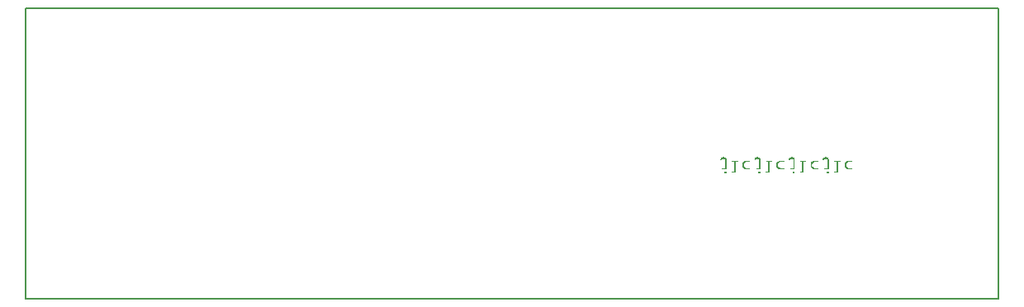
<source format=gbo>
G04 MADE WITH FRITZING*
G04 WWW.FRITZING.ORG*
G04 DOUBLE SIDED*
G04 HOLES PLATED*
G04 CONTOUR ON CENTER OF CONTOUR VECTOR*
%ASAXBY*%
%FSLAX23Y23*%
%MOIN*%
%OFA0B0*%
%SFA1.0B1.0*%
%ADD10R,3.937010X1.181100X3.921010X1.165100*%
%ADD11C,0.008000*%
%ADD12R,0.001000X0.001000*%
%LNSILK0*%
G90*
G70*
G54D11*
X4Y1177D02*
X3933Y1177D01*
X3933Y4D01*
X4Y4D01*
X4Y1177D01*
D02*
G54D12*
X2819Y575D02*
X2825Y575D01*
X2957Y575D02*
X2962Y575D01*
X3095Y575D02*
X3100Y575D01*
X3232Y575D02*
X3238Y575D01*
X2815Y574D02*
X2829Y574D01*
X2953Y574D02*
X2967Y574D01*
X3091Y574D02*
X3104Y574D01*
X3228Y574D02*
X3242Y574D01*
X2814Y573D02*
X2831Y573D01*
X2951Y573D02*
X2968Y573D01*
X3089Y573D02*
X3106Y573D01*
X3226Y573D02*
X3243Y573D01*
X2813Y572D02*
X2832Y572D01*
X2950Y572D02*
X2969Y572D01*
X3088Y572D02*
X3107Y572D01*
X3225Y572D02*
X3244Y572D01*
X2812Y571D02*
X2833Y571D01*
X2949Y571D02*
X2970Y571D01*
X3087Y571D02*
X3108Y571D01*
X3224Y571D02*
X3245Y571D01*
X2811Y570D02*
X2833Y570D01*
X2949Y570D02*
X2971Y570D01*
X3086Y570D02*
X3108Y570D01*
X3224Y570D02*
X3246Y570D01*
X2811Y569D02*
X2834Y569D01*
X2948Y569D02*
X2971Y569D01*
X3086Y569D02*
X3109Y569D01*
X3223Y569D02*
X3246Y569D01*
X2810Y568D02*
X2817Y568D01*
X2828Y568D02*
X2834Y568D01*
X2948Y568D02*
X2954Y568D01*
X2965Y568D02*
X2972Y568D01*
X3085Y568D02*
X3092Y568D01*
X3103Y568D02*
X3109Y568D01*
X3223Y568D02*
X3229Y568D01*
X3240Y568D02*
X3247Y568D01*
X2810Y567D02*
X2816Y567D01*
X2829Y567D02*
X2834Y567D01*
X2948Y567D02*
X2953Y567D01*
X2966Y567D02*
X2972Y567D01*
X3085Y567D02*
X3091Y567D01*
X3104Y567D02*
X3109Y567D01*
X3223Y567D02*
X3229Y567D01*
X3241Y567D02*
X3247Y567D01*
X2810Y566D02*
X2815Y566D01*
X2829Y566D02*
X2834Y566D01*
X2948Y566D02*
X2953Y566D01*
X2966Y566D02*
X2972Y566D01*
X3085Y566D02*
X3090Y566D01*
X3104Y566D02*
X3109Y566D01*
X3223Y566D02*
X3228Y566D01*
X3242Y566D02*
X3247Y566D01*
X2810Y565D02*
X2815Y565D01*
X2829Y565D02*
X2834Y565D01*
X2948Y565D02*
X2952Y565D01*
X2967Y565D02*
X2972Y565D01*
X3086Y565D02*
X3090Y565D01*
X3104Y565D02*
X3109Y565D01*
X3223Y565D02*
X3227Y565D01*
X3242Y565D02*
X3247Y565D01*
X2811Y564D02*
X2814Y564D01*
X2829Y564D02*
X2834Y564D01*
X2949Y564D02*
X2952Y564D01*
X2967Y564D02*
X2972Y564D01*
X3086Y564D02*
X3089Y564D01*
X3104Y564D02*
X3109Y564D01*
X3224Y564D02*
X3227Y564D01*
X3242Y564D02*
X3247Y564D01*
X2829Y563D02*
X2834Y563D01*
X2967Y563D02*
X2972Y563D01*
X3104Y563D02*
X3109Y563D01*
X3242Y563D02*
X3247Y563D01*
X2829Y562D02*
X2834Y562D01*
X2967Y562D02*
X2972Y562D01*
X3104Y562D02*
X3109Y562D01*
X3242Y562D02*
X3247Y562D01*
X2829Y561D02*
X2834Y561D01*
X2857Y561D02*
X2879Y561D01*
X2910Y561D02*
X2928Y561D01*
X2967Y561D02*
X2972Y561D01*
X2995Y561D02*
X3016Y561D01*
X3048Y561D02*
X3065Y561D01*
X3104Y561D02*
X3109Y561D01*
X3132Y561D02*
X3154Y561D01*
X3185Y561D02*
X3203Y561D01*
X3242Y561D02*
X3247Y561D01*
X3270Y561D02*
X3291Y561D01*
X3323Y561D02*
X3340Y561D01*
X2829Y560D02*
X2834Y560D01*
X2856Y560D02*
X2880Y560D01*
X2908Y560D02*
X2929Y560D01*
X2967Y560D02*
X2972Y560D01*
X2994Y560D02*
X3017Y560D01*
X3046Y560D02*
X3066Y560D01*
X3104Y560D02*
X3109Y560D01*
X3132Y560D02*
X3155Y560D01*
X3183Y560D02*
X3204Y560D01*
X3242Y560D02*
X3247Y560D01*
X3269Y560D02*
X3292Y560D01*
X3321Y560D02*
X3341Y560D01*
X2829Y559D02*
X2834Y559D01*
X2856Y559D02*
X2880Y559D01*
X2907Y559D02*
X2929Y559D01*
X2967Y559D02*
X2972Y559D01*
X2994Y559D02*
X3018Y559D01*
X3045Y559D02*
X3067Y559D01*
X3104Y559D02*
X3109Y559D01*
X3131Y559D02*
X3155Y559D01*
X3182Y559D02*
X3204Y559D01*
X3242Y559D02*
X3247Y559D01*
X3269Y559D02*
X3293Y559D01*
X3320Y559D02*
X3342Y559D01*
X2829Y558D02*
X2834Y558D01*
X2856Y558D02*
X2880Y558D01*
X2906Y558D02*
X2929Y558D01*
X2967Y558D02*
X2972Y558D01*
X2993Y558D02*
X3018Y558D01*
X3043Y558D02*
X3067Y558D01*
X3104Y558D02*
X3109Y558D01*
X3131Y558D02*
X3155Y558D01*
X3181Y558D02*
X3204Y558D01*
X3242Y558D02*
X3247Y558D01*
X3269Y558D02*
X3293Y558D01*
X3319Y558D02*
X3342Y558D01*
X2829Y557D02*
X2834Y557D01*
X2856Y557D02*
X2880Y557D01*
X2905Y557D02*
X2929Y557D01*
X2967Y557D02*
X2972Y557D01*
X2994Y557D02*
X3017Y557D01*
X3042Y557D02*
X3066Y557D01*
X3104Y557D02*
X3109Y557D01*
X3131Y557D02*
X3155Y557D01*
X3180Y557D02*
X3204Y557D01*
X3242Y557D02*
X3247Y557D01*
X3269Y557D02*
X3292Y557D01*
X3317Y557D02*
X3341Y557D01*
X2829Y556D02*
X2834Y556D01*
X2857Y556D02*
X2879Y556D01*
X2904Y556D02*
X2928Y556D01*
X2967Y556D02*
X2972Y556D01*
X2995Y556D02*
X3017Y556D01*
X3041Y556D02*
X3066Y556D01*
X3104Y556D02*
X3109Y556D01*
X3132Y556D02*
X3154Y556D01*
X3179Y556D02*
X3203Y556D01*
X3242Y556D02*
X3247Y556D01*
X3270Y556D02*
X3292Y556D01*
X3316Y556D02*
X3341Y556D01*
X2829Y555D02*
X2834Y555D01*
X2865Y555D02*
X2871Y555D01*
X2902Y555D02*
X2912Y555D01*
X2967Y555D02*
X2972Y555D01*
X3003Y555D02*
X3009Y555D01*
X3040Y555D02*
X3049Y555D01*
X3104Y555D02*
X3109Y555D01*
X3140Y555D02*
X3146Y555D01*
X3177Y555D02*
X3187Y555D01*
X3242Y555D02*
X3247Y555D01*
X3278Y555D02*
X3284Y555D01*
X3315Y555D02*
X3324Y555D01*
X2829Y554D02*
X2834Y554D01*
X2865Y554D02*
X2871Y554D01*
X2901Y554D02*
X2910Y554D01*
X2967Y554D02*
X2972Y554D01*
X3003Y554D02*
X3008Y554D01*
X3039Y554D02*
X3048Y554D01*
X3104Y554D02*
X3109Y554D01*
X3140Y554D02*
X3146Y554D01*
X3176Y554D02*
X3185Y554D01*
X3242Y554D02*
X3247Y554D01*
X3278Y554D02*
X3283Y554D01*
X3314Y554D02*
X3323Y554D01*
X2829Y553D02*
X2834Y553D01*
X2865Y553D02*
X2871Y553D01*
X2900Y553D02*
X2909Y553D01*
X2967Y553D02*
X2972Y553D01*
X3003Y553D02*
X3008Y553D01*
X3038Y553D02*
X3046Y553D01*
X3104Y553D02*
X3109Y553D01*
X3140Y553D02*
X3146Y553D01*
X3176Y553D02*
X3184Y553D01*
X3242Y553D02*
X3247Y553D01*
X3278Y553D02*
X3283Y553D01*
X3313Y553D02*
X3322Y553D01*
X2829Y552D02*
X2834Y552D01*
X2865Y552D02*
X2871Y552D01*
X2900Y552D02*
X2908Y552D01*
X2967Y552D02*
X2972Y552D01*
X3003Y552D02*
X3008Y552D01*
X3037Y552D02*
X3045Y552D01*
X3104Y552D02*
X3109Y552D01*
X3140Y552D02*
X3146Y552D01*
X3175Y552D02*
X3183Y552D01*
X3242Y552D02*
X3247Y552D01*
X3278Y552D02*
X3283Y552D01*
X3312Y552D02*
X3320Y552D01*
X2829Y551D02*
X2834Y551D01*
X2865Y551D02*
X2871Y551D01*
X2899Y551D02*
X2907Y551D01*
X2967Y551D02*
X2972Y551D01*
X3003Y551D02*
X3008Y551D01*
X3037Y551D02*
X3044Y551D01*
X3104Y551D02*
X3109Y551D01*
X3140Y551D02*
X3146Y551D01*
X3174Y551D02*
X3182Y551D01*
X3242Y551D02*
X3247Y551D01*
X3278Y551D02*
X3283Y551D01*
X3312Y551D02*
X3319Y551D01*
X2829Y550D02*
X2834Y550D01*
X2865Y550D02*
X2871Y550D01*
X2899Y550D02*
X2905Y550D01*
X2967Y550D02*
X2972Y550D01*
X3003Y550D02*
X3008Y550D01*
X3037Y550D02*
X3043Y550D01*
X3104Y550D02*
X3109Y550D01*
X3140Y550D02*
X3146Y550D01*
X3174Y550D02*
X3180Y550D01*
X3242Y550D02*
X3247Y550D01*
X3278Y550D02*
X3283Y550D01*
X3312Y550D02*
X3318Y550D01*
X2829Y549D02*
X2834Y549D01*
X2865Y549D02*
X2871Y549D01*
X2899Y549D02*
X2905Y549D01*
X2967Y549D02*
X2972Y549D01*
X3003Y549D02*
X3008Y549D01*
X3036Y549D02*
X3042Y549D01*
X3104Y549D02*
X3109Y549D01*
X3140Y549D02*
X3146Y549D01*
X3174Y549D02*
X3180Y549D01*
X3242Y549D02*
X3247Y549D01*
X3278Y549D02*
X3283Y549D01*
X3311Y549D02*
X3317Y549D01*
X2829Y548D02*
X2834Y548D01*
X2865Y548D02*
X2871Y548D01*
X2899Y548D02*
X2904Y548D01*
X2967Y548D02*
X2972Y548D01*
X3003Y548D02*
X3008Y548D01*
X3036Y548D02*
X3042Y548D01*
X3104Y548D02*
X3109Y548D01*
X3140Y548D02*
X3146Y548D01*
X3174Y548D02*
X3179Y548D01*
X3242Y548D02*
X3247Y548D01*
X3278Y548D02*
X3283Y548D01*
X3311Y548D02*
X3317Y548D01*
X2829Y547D02*
X2834Y547D01*
X2865Y547D02*
X2871Y547D01*
X2899Y547D02*
X2904Y547D01*
X2967Y547D02*
X2972Y547D01*
X3003Y547D02*
X3008Y547D01*
X3036Y547D02*
X3042Y547D01*
X3104Y547D02*
X3109Y547D01*
X3140Y547D02*
X3146Y547D01*
X3174Y547D02*
X3179Y547D01*
X3242Y547D02*
X3247Y547D01*
X3278Y547D02*
X3283Y547D01*
X3311Y547D02*
X3317Y547D01*
X2829Y546D02*
X2834Y546D01*
X2865Y546D02*
X2871Y546D01*
X2899Y546D02*
X2904Y546D01*
X2967Y546D02*
X2972Y546D01*
X3003Y546D02*
X3008Y546D01*
X3036Y546D02*
X3042Y546D01*
X3104Y546D02*
X3109Y546D01*
X3140Y546D02*
X3146Y546D01*
X3174Y546D02*
X3179Y546D01*
X3242Y546D02*
X3247Y546D01*
X3278Y546D02*
X3283Y546D01*
X3311Y546D02*
X3317Y546D01*
X2829Y545D02*
X2834Y545D01*
X2865Y545D02*
X2871Y545D01*
X2899Y545D02*
X2904Y545D01*
X2967Y545D02*
X2972Y545D01*
X3003Y545D02*
X3008Y545D01*
X3036Y545D02*
X3042Y545D01*
X3104Y545D02*
X3109Y545D01*
X3140Y545D02*
X3146Y545D01*
X3174Y545D02*
X3179Y545D01*
X3242Y545D02*
X3247Y545D01*
X3278Y545D02*
X3283Y545D01*
X3311Y545D02*
X3317Y545D01*
X2829Y544D02*
X2834Y544D01*
X2865Y544D02*
X2871Y544D01*
X2899Y544D02*
X2904Y544D01*
X2967Y544D02*
X2972Y544D01*
X3003Y544D02*
X3008Y544D01*
X3036Y544D02*
X3042Y544D01*
X3104Y544D02*
X3109Y544D01*
X3140Y544D02*
X3146Y544D01*
X3174Y544D02*
X3179Y544D01*
X3242Y544D02*
X3247Y544D01*
X3278Y544D02*
X3283Y544D01*
X3311Y544D02*
X3317Y544D01*
X2829Y543D02*
X2834Y543D01*
X2865Y543D02*
X2871Y543D01*
X2899Y543D02*
X2904Y543D01*
X2967Y543D02*
X2972Y543D01*
X3003Y543D02*
X3008Y543D01*
X3036Y543D02*
X3042Y543D01*
X3104Y543D02*
X3109Y543D01*
X3140Y543D02*
X3146Y543D01*
X3174Y543D02*
X3179Y543D01*
X3242Y543D02*
X3247Y543D01*
X3278Y543D02*
X3283Y543D01*
X3311Y543D02*
X3317Y543D01*
X2829Y542D02*
X2834Y542D01*
X2865Y542D02*
X2871Y542D01*
X2899Y542D02*
X2904Y542D01*
X2967Y542D02*
X2972Y542D01*
X3003Y542D02*
X3008Y542D01*
X3036Y542D02*
X3042Y542D01*
X3104Y542D02*
X3109Y542D01*
X3140Y542D02*
X3146Y542D01*
X3174Y542D02*
X3179Y542D01*
X3242Y542D02*
X3247Y542D01*
X3278Y542D02*
X3283Y542D01*
X3311Y542D02*
X3317Y542D01*
X2829Y541D02*
X2834Y541D01*
X2865Y541D02*
X2871Y541D01*
X2899Y541D02*
X2904Y541D01*
X2967Y541D02*
X2972Y541D01*
X3003Y541D02*
X3008Y541D01*
X3036Y541D02*
X3042Y541D01*
X3104Y541D02*
X3109Y541D01*
X3140Y541D02*
X3146Y541D01*
X3174Y541D02*
X3179Y541D01*
X3242Y541D02*
X3247Y541D01*
X3278Y541D02*
X3283Y541D01*
X3311Y541D02*
X3317Y541D01*
X2829Y540D02*
X2834Y540D01*
X2865Y540D02*
X2871Y540D01*
X2899Y540D02*
X2904Y540D01*
X2967Y540D02*
X2972Y540D01*
X3003Y540D02*
X3008Y540D01*
X3036Y540D02*
X3042Y540D01*
X3104Y540D02*
X3109Y540D01*
X3140Y540D02*
X3146Y540D01*
X3174Y540D02*
X3179Y540D01*
X3242Y540D02*
X3247Y540D01*
X3278Y540D02*
X3283Y540D01*
X3311Y540D02*
X3317Y540D01*
X2829Y539D02*
X2834Y539D01*
X2865Y539D02*
X2871Y539D01*
X2899Y539D02*
X2904Y539D01*
X2967Y539D02*
X2972Y539D01*
X3003Y539D02*
X3008Y539D01*
X3036Y539D02*
X3042Y539D01*
X3104Y539D02*
X3109Y539D01*
X3140Y539D02*
X3146Y539D01*
X3174Y539D02*
X3179Y539D01*
X3242Y539D02*
X3247Y539D01*
X3278Y539D02*
X3283Y539D01*
X3311Y539D02*
X3317Y539D01*
X2829Y538D02*
X2834Y538D01*
X2865Y538D02*
X2871Y538D01*
X2899Y538D02*
X2905Y538D01*
X2967Y538D02*
X2972Y538D01*
X3003Y538D02*
X3008Y538D01*
X3036Y538D02*
X3042Y538D01*
X3104Y538D02*
X3109Y538D01*
X3140Y538D02*
X3146Y538D01*
X3174Y538D02*
X3180Y538D01*
X3242Y538D02*
X3247Y538D01*
X3278Y538D02*
X3283Y538D01*
X3311Y538D02*
X3317Y538D01*
X2829Y537D02*
X2834Y537D01*
X2865Y537D02*
X2871Y537D01*
X2899Y537D02*
X2906Y537D01*
X2967Y537D02*
X2972Y537D01*
X3003Y537D02*
X3008Y537D01*
X3037Y537D02*
X3043Y537D01*
X3104Y537D02*
X3109Y537D01*
X3140Y537D02*
X3146Y537D01*
X3174Y537D02*
X3181Y537D01*
X3242Y537D02*
X3247Y537D01*
X3278Y537D02*
X3283Y537D01*
X3312Y537D02*
X3318Y537D01*
X2829Y536D02*
X2834Y536D01*
X2865Y536D02*
X2871Y536D01*
X2899Y536D02*
X2907Y536D01*
X2967Y536D02*
X2972Y536D01*
X3003Y536D02*
X3008Y536D01*
X3037Y536D02*
X3044Y536D01*
X3104Y536D02*
X3109Y536D01*
X3140Y536D02*
X3146Y536D01*
X3174Y536D02*
X3182Y536D01*
X3242Y536D02*
X3247Y536D01*
X3278Y536D02*
X3283Y536D01*
X3312Y536D02*
X3319Y536D01*
X2829Y535D02*
X2834Y535D01*
X2865Y535D02*
X2871Y535D01*
X2900Y535D02*
X2908Y535D01*
X2967Y535D02*
X2972Y535D01*
X3003Y535D02*
X3008Y535D01*
X3037Y535D02*
X3045Y535D01*
X3104Y535D02*
X3109Y535D01*
X3140Y535D02*
X3146Y535D01*
X3175Y535D02*
X3183Y535D01*
X3242Y535D02*
X3247Y535D01*
X3278Y535D02*
X3283Y535D01*
X3313Y535D02*
X3321Y535D01*
X2829Y534D02*
X2834Y534D01*
X2865Y534D02*
X2871Y534D01*
X2901Y534D02*
X2909Y534D01*
X2967Y534D02*
X2972Y534D01*
X3003Y534D02*
X3008Y534D01*
X3038Y534D02*
X3047Y534D01*
X3104Y534D02*
X3109Y534D01*
X3140Y534D02*
X3146Y534D01*
X3176Y534D02*
X3184Y534D01*
X3242Y534D02*
X3247Y534D01*
X3278Y534D02*
X3283Y534D01*
X3313Y534D02*
X3322Y534D01*
X2829Y533D02*
X2834Y533D01*
X2865Y533D02*
X2871Y533D01*
X2901Y533D02*
X2910Y533D01*
X2967Y533D02*
X2972Y533D01*
X3003Y533D02*
X3008Y533D01*
X3039Y533D02*
X3048Y533D01*
X3104Y533D02*
X3109Y533D01*
X3140Y533D02*
X3146Y533D01*
X3177Y533D02*
X3185Y533D01*
X3242Y533D02*
X3247Y533D01*
X3278Y533D02*
X3283Y533D01*
X3314Y533D02*
X3323Y533D01*
X2829Y532D02*
X2834Y532D01*
X2865Y532D02*
X2871Y532D01*
X2902Y532D02*
X2912Y532D01*
X2966Y532D02*
X2972Y532D01*
X3003Y532D02*
X3008Y532D01*
X3040Y532D02*
X3050Y532D01*
X3104Y532D02*
X3109Y532D01*
X3140Y532D02*
X3146Y532D01*
X3178Y532D02*
X3188Y532D01*
X3241Y532D02*
X3247Y532D01*
X3278Y532D02*
X3283Y532D01*
X3315Y532D02*
X3325Y532D01*
X2817Y531D02*
X2834Y531D01*
X2865Y531D02*
X2871Y531D01*
X2904Y531D02*
X2928Y531D01*
X2955Y531D02*
X2972Y531D01*
X3003Y531D02*
X3008Y531D01*
X3041Y531D02*
X3066Y531D01*
X3092Y531D02*
X3109Y531D01*
X3140Y531D02*
X3146Y531D01*
X3179Y531D02*
X3203Y531D01*
X3230Y531D02*
X3247Y531D01*
X3278Y531D02*
X3283Y531D01*
X3316Y531D02*
X3341Y531D01*
X2817Y530D02*
X2834Y530D01*
X2865Y530D02*
X2871Y530D01*
X2905Y530D02*
X2929Y530D01*
X2954Y530D02*
X2972Y530D01*
X3003Y530D02*
X3008Y530D01*
X3042Y530D02*
X3066Y530D01*
X3092Y530D02*
X3109Y530D01*
X3140Y530D02*
X3146Y530D01*
X3180Y530D02*
X3204Y530D01*
X3229Y530D02*
X3247Y530D01*
X3278Y530D02*
X3283Y530D01*
X3317Y530D02*
X3342Y530D01*
X2816Y529D02*
X2834Y529D01*
X2865Y529D02*
X2871Y529D01*
X2906Y529D02*
X2929Y529D01*
X2954Y529D02*
X2972Y529D01*
X3003Y529D02*
X3008Y529D01*
X3043Y529D02*
X3067Y529D01*
X3091Y529D02*
X3109Y529D01*
X3140Y529D02*
X3146Y529D01*
X3181Y529D02*
X3204Y529D01*
X3229Y529D02*
X3247Y529D01*
X3278Y529D02*
X3283Y529D01*
X3318Y529D02*
X3342Y529D01*
X2816Y528D02*
X2834Y528D01*
X2865Y528D02*
X2871Y528D01*
X2907Y528D02*
X2929Y528D01*
X2954Y528D02*
X2972Y528D01*
X3003Y528D02*
X3008Y528D01*
X3044Y528D02*
X3067Y528D01*
X3092Y528D02*
X3109Y528D01*
X3140Y528D02*
X3146Y528D01*
X3182Y528D02*
X3204Y528D01*
X3229Y528D02*
X3247Y528D01*
X3278Y528D02*
X3283Y528D01*
X3320Y528D02*
X3342Y528D01*
X2817Y527D02*
X2834Y527D01*
X2865Y527D02*
X2871Y527D01*
X2909Y527D02*
X2929Y527D01*
X2954Y527D02*
X2971Y527D01*
X3003Y527D02*
X3008Y527D01*
X3046Y527D02*
X3066Y527D01*
X3092Y527D02*
X3109Y527D01*
X3140Y527D02*
X3146Y527D01*
X3184Y527D02*
X3204Y527D01*
X3230Y527D02*
X3246Y527D01*
X3278Y527D02*
X3283Y527D01*
X3321Y527D02*
X3341Y527D01*
X2818Y526D02*
X2833Y526D01*
X2865Y526D02*
X2871Y526D01*
X2911Y526D02*
X2927Y526D01*
X2956Y526D02*
X2970Y526D01*
X3003Y526D02*
X3008Y526D01*
X3048Y526D02*
X3065Y526D01*
X3093Y526D02*
X3108Y526D01*
X3140Y526D02*
X3146Y526D01*
X3186Y526D02*
X3203Y526D01*
X3231Y526D02*
X3245Y526D01*
X3278Y526D02*
X3283Y526D01*
X3323Y526D02*
X3340Y526D01*
X2865Y525D02*
X2871Y525D01*
X3003Y525D02*
X3008Y525D01*
X3140Y525D02*
X3146Y525D01*
X3278Y525D02*
X3283Y525D01*
X2865Y524D02*
X2871Y524D01*
X3003Y524D02*
X3008Y524D01*
X3140Y524D02*
X3146Y524D01*
X3278Y524D02*
X3283Y524D01*
X2865Y523D02*
X2871Y523D01*
X3003Y523D02*
X3008Y523D01*
X3140Y523D02*
X3146Y523D01*
X3278Y523D02*
X3283Y523D01*
X2865Y522D02*
X2871Y522D01*
X3003Y522D02*
X3008Y522D01*
X3140Y522D02*
X3146Y522D01*
X3278Y522D02*
X3283Y522D01*
X2865Y521D02*
X2871Y521D01*
X3003Y521D02*
X3008Y521D01*
X3140Y521D02*
X3146Y521D01*
X3278Y521D02*
X3283Y521D01*
X2865Y520D02*
X2871Y520D01*
X3003Y520D02*
X3008Y520D01*
X3140Y520D02*
X3146Y520D01*
X3278Y520D02*
X3283Y520D01*
X2865Y519D02*
X2871Y519D01*
X3003Y519D02*
X3008Y519D01*
X3140Y519D02*
X3146Y519D01*
X3278Y519D02*
X3283Y519D01*
X2827Y518D02*
X2833Y518D01*
X2857Y518D02*
X2871Y518D01*
X2965Y518D02*
X2970Y518D01*
X2995Y518D02*
X3008Y518D01*
X3102Y518D02*
X3108Y518D01*
X3133Y518D02*
X3146Y518D01*
X3240Y518D02*
X3245Y518D01*
X3270Y518D02*
X3283Y518D01*
X2826Y517D02*
X2834Y517D01*
X2856Y517D02*
X2871Y517D01*
X2964Y517D02*
X2971Y517D01*
X2994Y517D02*
X3008Y517D01*
X3101Y517D02*
X3109Y517D01*
X3132Y517D02*
X3146Y517D01*
X3239Y517D02*
X3246Y517D01*
X3269Y517D02*
X3283Y517D01*
X2826Y516D02*
X2834Y516D01*
X2856Y516D02*
X2871Y516D01*
X2963Y516D02*
X2972Y516D01*
X2994Y516D02*
X3008Y516D01*
X3101Y516D02*
X3109Y516D01*
X3131Y516D02*
X3146Y516D01*
X3239Y516D02*
X3247Y516D01*
X3269Y516D02*
X3283Y516D01*
X2826Y515D02*
X2834Y515D01*
X2856Y515D02*
X2871Y515D01*
X2963Y515D02*
X2972Y515D01*
X2993Y515D02*
X3008Y515D01*
X3101Y515D02*
X3109Y515D01*
X3131Y515D02*
X3146Y515D01*
X3238Y515D02*
X3247Y515D01*
X3269Y515D02*
X3283Y515D01*
X2826Y514D02*
X2834Y514D01*
X2856Y514D02*
X2870Y514D01*
X2963Y514D02*
X2972Y514D01*
X2994Y514D02*
X3008Y514D01*
X3101Y514D02*
X3109Y514D01*
X3131Y514D02*
X3145Y514D01*
X3238Y514D02*
X3247Y514D01*
X3269Y514D02*
X3283Y514D01*
X2826Y513D02*
X2834Y513D01*
X2857Y513D02*
X2870Y513D01*
X2963Y513D02*
X2972Y513D01*
X2995Y513D02*
X3007Y513D01*
X3101Y513D02*
X3109Y513D01*
X3132Y513D02*
X3145Y513D01*
X3238Y513D02*
X3247Y513D01*
X3270Y513D02*
X3282Y513D01*
X2826Y512D02*
X2834Y512D01*
X2963Y512D02*
X2972Y512D01*
X3101Y512D02*
X3109Y512D01*
X3239Y512D02*
X3247Y512D01*
X2826Y511D02*
X2834Y511D01*
X2964Y511D02*
X2971Y511D01*
X3101Y511D02*
X3109Y511D01*
X3239Y511D02*
X3246Y511D01*
X2827Y510D02*
X2833Y510D01*
X2965Y510D02*
X2970Y510D01*
X3102Y510D02*
X3108Y510D01*
X3240Y510D02*
X3245Y510D01*
D02*
G04 End of Silk0*
M02*
</source>
